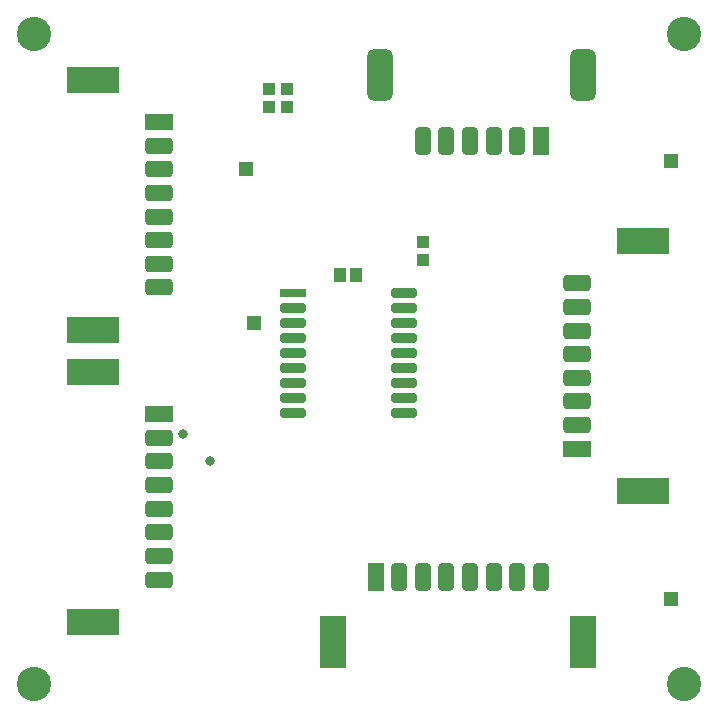
<source format=gts>
G04*
G04 #@! TF.GenerationSoftware,Altium Limited,Altium Designer,18.1.7 (191)*
G04*
G04 Layer_Color=8388736*
%FSLAX25Y25*%
%MOIN*%
G70*
G01*
G75*
%ADD27R,0.03950X0.03950*%
%ADD28R,0.04147X0.04147*%
%ADD29R,0.04737X0.04737*%
%ADD30R,0.04147X0.04147*%
G04:AMPARAMS|DCode=31|XSize=31.62mil|YSize=86.74mil|CornerRadius=9.91mil|HoleSize=0mil|Usage=FLASHONLY|Rotation=270.000|XOffset=0mil|YOffset=0mil|HoleType=Round|Shape=RoundedRectangle|*
%AMROUNDEDRECTD31*
21,1,0.03162,0.06693,0,0,270.0*
21,1,0.01181,0.08674,0,0,270.0*
1,1,0.01981,-0.03347,-0.00591*
1,1,0.01981,-0.03347,0.00591*
1,1,0.01981,0.03347,0.00591*
1,1,0.01981,0.03347,-0.00591*
%
%ADD31ROUNDEDRECTD31*%
%ADD32R,0.08674X0.03162*%
%ADD33R,0.04143X0.04537*%
%ADD34R,0.17335X0.08674*%
%ADD35R,0.09461X0.05524*%
G04:AMPARAMS|DCode=36|XSize=55.24mil|YSize=94.61mil|CornerRadius=15.81mil|HoleSize=0mil|Usage=FLASHONLY|Rotation=90.000|XOffset=0mil|YOffset=0mil|HoleType=Round|Shape=RoundedRectangle|*
%AMROUNDEDRECTD36*
21,1,0.05524,0.06299,0,0,90.0*
21,1,0.02362,0.09461,0,0,90.0*
1,1,0.03162,0.03150,0.01181*
1,1,0.03162,0.03150,-0.01181*
1,1,0.03162,-0.03150,-0.01181*
1,1,0.03162,-0.03150,0.01181*
%
%ADD36ROUNDEDRECTD36*%
%ADD37R,0.08674X0.17335*%
%ADD38R,0.05524X0.09461*%
G04:AMPARAMS|DCode=39|XSize=55.24mil|YSize=94.61mil|CornerRadius=15.81mil|HoleSize=0mil|Usage=FLASHONLY|Rotation=0.000|XOffset=0mil|YOffset=0mil|HoleType=Round|Shape=RoundedRectangle|*
%AMROUNDEDRECTD39*
21,1,0.05524,0.06299,0,0,0.0*
21,1,0.02362,0.09461,0,0,0.0*
1,1,0.03162,0.01181,-0.03150*
1,1,0.03162,-0.01181,-0.03150*
1,1,0.03162,-0.01181,0.03150*
1,1,0.03162,0.01181,0.03150*
%
%ADD39ROUNDEDRECTD39*%
G04:AMPARAMS|DCode=40|XSize=86.74mil|YSize=173.35mil|CornerRadius=23.68mil|HoleSize=0mil|Usage=FLASHONLY|Rotation=180.000|XOffset=0mil|YOffset=0mil|HoleType=Round|Shape=RoundedRectangle|*
%AMROUNDEDRECTD40*
21,1,0.08674,0.12598,0,0,180.0*
21,1,0.03937,0.17335,0,0,180.0*
1,1,0.04737,-0.01968,0.06299*
1,1,0.04737,0.01968,0.06299*
1,1,0.04737,0.01968,-0.06299*
1,1,0.04737,-0.01968,-0.06299*
%
%ADD40ROUNDEDRECTD40*%
%ADD41C,0.11430*%
%ADD42C,0.03162*%
D27*
X94000Y208000D02*
D03*
X88095D02*
D03*
D28*
X88000Y202000D02*
D03*
X94102D02*
D03*
D29*
X83000Y130000D02*
D03*
X80299Y181299D02*
D03*
X222000Y38000D02*
D03*
Y184000D02*
D03*
D30*
X139462Y157051D02*
D03*
Y150949D02*
D03*
D31*
X95992Y105000D02*
D03*
Y110000D02*
D03*
Y115000D02*
D03*
Y120000D02*
D03*
Y125000D02*
D03*
Y130000D02*
D03*
Y135000D02*
D03*
X133000Y140000D02*
D03*
Y135000D02*
D03*
Y130000D02*
D03*
Y125000D02*
D03*
Y120000D02*
D03*
Y115000D02*
D03*
Y110000D02*
D03*
Y105000D02*
D03*
X95992Y100000D02*
D03*
X133000D02*
D03*
D32*
X95992Y140000D02*
D03*
D33*
X111685Y146000D02*
D03*
X117000D02*
D03*
D34*
X212598Y74016D02*
D03*
Y157480D02*
D03*
X29508Y211220D02*
D03*
Y127756D02*
D03*
Y113878D02*
D03*
Y30413D02*
D03*
D35*
X190630Y88189D02*
D03*
X51476Y197047D02*
D03*
Y99705D02*
D03*
D36*
X190630Y96063D02*
D03*
Y103937D02*
D03*
Y111811D02*
D03*
Y119685D02*
D03*
Y127559D02*
D03*
Y135433D02*
D03*
Y143307D02*
D03*
X51476Y189173D02*
D03*
Y181299D02*
D03*
Y173425D02*
D03*
Y165551D02*
D03*
Y157677D02*
D03*
Y149803D02*
D03*
Y141929D02*
D03*
Y91831D02*
D03*
Y83957D02*
D03*
Y76083D02*
D03*
Y68209D02*
D03*
Y60335D02*
D03*
Y52461D02*
D03*
Y44587D02*
D03*
D37*
X109449Y23622D02*
D03*
X192913D02*
D03*
D38*
X123622Y45591D02*
D03*
X178740Y190630D02*
D03*
D39*
X131496Y45591D02*
D03*
X139370D02*
D03*
X147244D02*
D03*
X155118D02*
D03*
X162992D02*
D03*
X170866D02*
D03*
X178740D02*
D03*
X139370Y190630D02*
D03*
X147244D02*
D03*
X155118D02*
D03*
X162992D02*
D03*
X170866D02*
D03*
D40*
X125197Y212598D02*
D03*
X192913D02*
D03*
D41*
X9843Y9843D02*
D03*
X226378D02*
D03*
X9843Y226378D02*
D03*
X226378D02*
D03*
D42*
X68284Y84000D02*
D03*
X59322Y93000D02*
D03*
M02*

</source>
